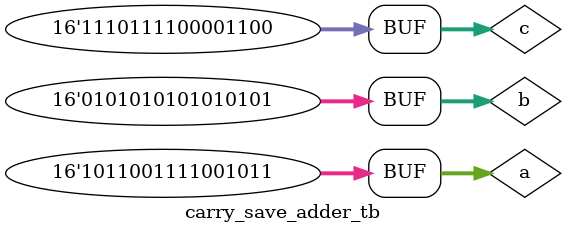
<source format=v>
`timescale 1 ns/10 ps

module carry_save_adder_tb();

reg [15:0] a,b,c;
wire [16:0] sum_final;
wire [15:0] c_out, sum, c_out_II;
wire c_out_16;

localparam period=20;

carry_save_adder UUT (.sum_final(sum_final),.c_out_16(c_out_16),.a(a),.b(b),.c(c));

initial
begin

a= 16'b0000000000000000;
b= 16'b0000000000000000;
c= 16'b0000000000000000;

#period;
if(sum_final== 17'b00000000000000000 || c_out_16== 1'b0)
//	$display("Test failed for all zero inputs");
//else
	$display("Test successful for all zero inputs");

a= 16'b1111111111111111;
b= 16'b1111111111111111;
c= 16'b1111111111111111;

#period;
if(sum_final== 17'b01111111111111101 || c_out_16== 1'b1)
//	$display("Test failed for all unity inputs");
//else
	$display("Test successful for all unity inputs");

a= 16'b1011001111001011;
b= 16'b0101010101010101;
c= 16'b1110111100001100;

#period;
if(sum_final== 17'b11111100000101100 || c_out_16== 1'b0)
//	$display("Test failed for third set of inputs");
//else
	$display("Test successful for third set of inputs");

end
endmodule


</source>
